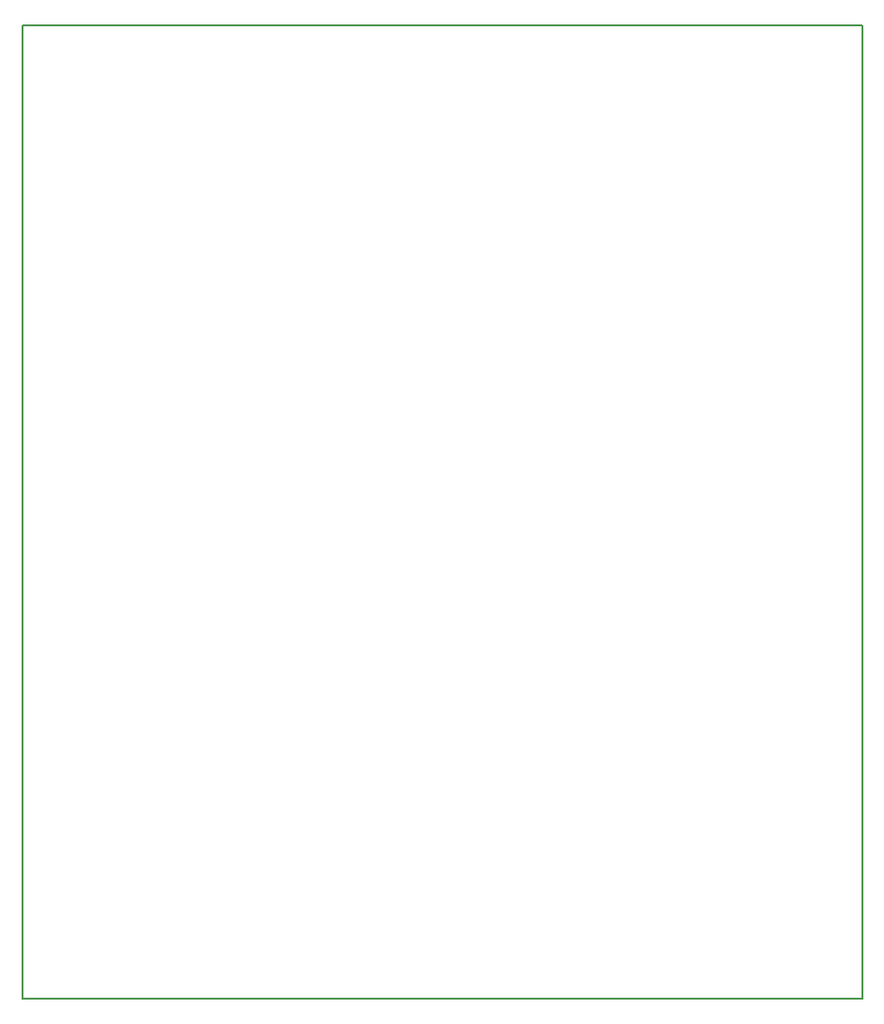
<source format=gbo>
G04 MADE WITH FRITZING*
G04 WWW.FRITZING.ORG*
G04 DOUBLE SIDED*
G04 HOLES PLATED*
G04 CONTOUR ON CENTER OF CONTOUR VECTOR*
%ASAXBY*%
%FSLAX23Y23*%
%MOIN*%
%OFA0B0*%
%SFA1.0B1.0*%
%ADD10R,2.992130X3.464570X2.976130X3.448570*%
%ADD11C,0.008000*%
%LNSILK0*%
G90*
G70*
G54D11*
X4Y3461D02*
X2988Y3461D01*
X2988Y4D01*
X4Y4D01*
X4Y3461D01*
D02*
G04 End of Silk0*
M02*
</source>
